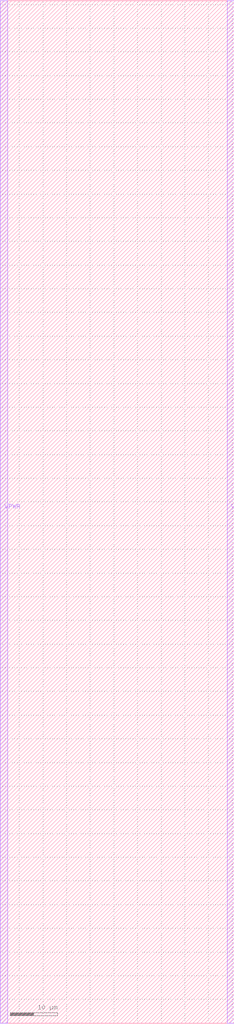
<source format=lef>
VERSION 5.7 ;
  NOWIREEXTENSIONATPIN ON ;
  DIVIDERCHAR "/" ;
  BUSBITCHARS "[]" ;
MACRO (UNNAMED)
  CLASS BLOCK ;
  FOREIGN (UNNAMED) ;
  ORIGIN -1.000 -5.000 ;
  SIZE 49.500 BY 215.760 ;
  PIN VPWR
    DIRECTION INOUT ;
    USE POWER ;
    PORT
      LAYER met4 ;
        RECT 1.000 5.000 2.500 220.760 ;
    END
  END VPWR
  PIN VGND
    DIRECTION INOUT ;
    USE GROUND ;
    PORT
      LAYER met4 ;
        RECT 49.000 5.000 50.500 220.760 ;
    END
  END VGND
END (UNNAMED)
END LIBRARY


</source>
